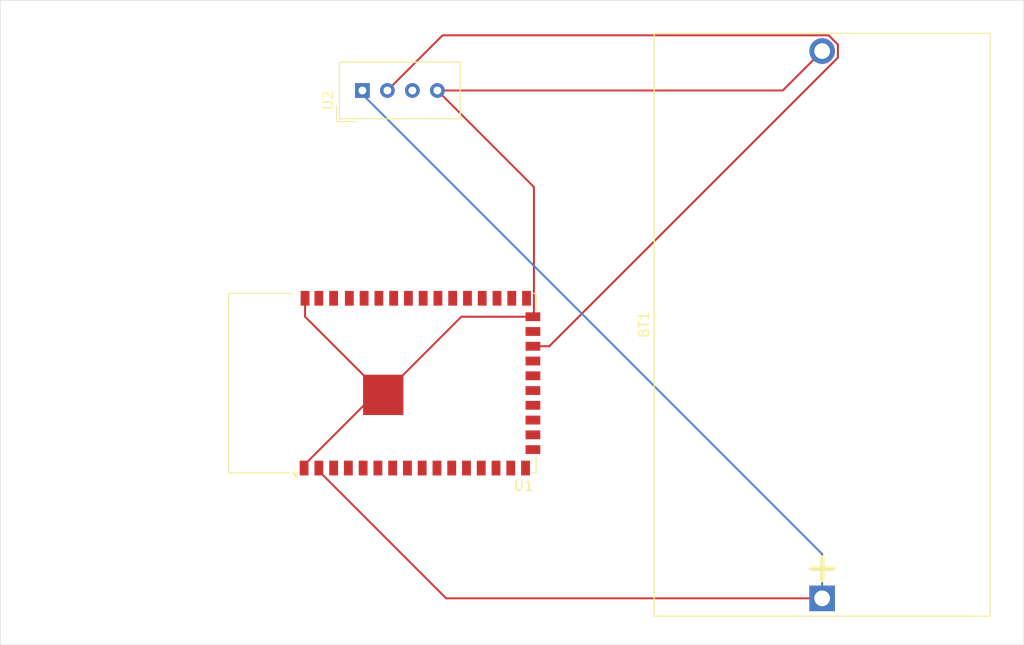
<source format=kicad_pcb>
(kicad_pcb (version 20241229) (generator "pcbnew") (generator_version "9.0")
  (layers (0 "F.Cu" signal) (2 "B.Cu" signal) (13 "F.Paste" user) (15 "B.Paste" user) (5 "F.SilkS" user "F.Silkscreen") (7 "B.SilkS" user "B.Silkscreen") (1 "F.Mask" user) (3 "B.Mask" user) (25 "Edge.Cuts" user))
  (net 0 "")
  (net 3 "GND")
  (net 16 "/DATA")
  (net 19 "+3.3V")
  (footprint "Sensor:Aosong_DHT11_5.5x12.0_P2.54mm" (layer "F.Cu") (at 145.7875 81.9025 90)
    (property "Reference" "U2" (at -1 -3.5 90) (layer "F.SilkS"))
    (property "Value" "DHT11")
    (fp_line (start -3.16 -2.6) (end -1.55 -2.6) (stroke (width 0.12)) (layer "F.SilkS"))
    (fp_line (start -3.16 -2.6) (end -3.16 -0.6) (stroke (width 0.12)) (layer "F.SilkS"))
    (fp_line (start 2.88 -2.32) (end 2.88 9.94) (stroke (width 0.12)) (layer "F.SilkS"))
    (fp_line (start -2.87 -2.32) (end 2.87 -2.32) (stroke (width 0.12)) (layer "F.SilkS"))
    (fp_line (start 2.88 9.94) (end -2.88 9.94) (stroke (width 0.12)) (layer "F.SilkS"))
    (fp_line (start -2.88 9.94) (end -2.88 -2.31) (stroke (width 0.12)) (layer "F.SilkS"))
    (pad "1" thru_hole rect (at 0 0 90) (size 1.5 1.5) (drill 0.8) (layers "*.Cu" "*.Mask") (net 19 "+3.3V"))
    (pad "2" thru_hole circle (at 0 2.54 90) (size 1.5 1.5) (drill 0.8) (layers "*.Cu" "*.Mask") (net 16 "/DATA"))
    (pad "3" thru_hole circle (at 0 5.08 90) (size 1.5 1.5) (drill 0.8) (layers "*.Cu" "*.Mask"))
    (pad "4" thru_hole circle (at 0 7.62 90) (size 1.5 1.5) (drill 0.8) (layers "*.Cu" "*.Mask") (net 3 "GND"))
  )
  (footprint "RF_Module:ESP32-S2-WROVER" (layer "F.Cu") (at 151.64 111.64 90)
    (property "Reference" "U1" (at -10.41 10.53 0) (layer "F.SilkS"))
    (property "Value" "ESP32-S2-WROVER")
    (fp_line (start -9.125 -19.45) (end 9.13 -19.45) (stroke (width 0.12)) (layer "F.SilkS"))
    (fp_line (start -9.125 -13.2) (end -9.125 -19.45) (stroke (width 0.12)) (layer "F.SilkS"))
    (fp_line (start 9.13 -13.03) (end 9.13 -19.45) (stroke (width 0.12)) (layer "F.SilkS"))
    (fp_line (start -9.12 11.44) (end -9.12 11.8) (stroke (width 0.12)) (layer "F.SilkS"))
    (fp_line (start 9.12 11.54) (end 9.12 11.8) (stroke (width 0.12)) (layer "F.SilkS"))
    (fp_line (start 9.12 11.8) (end 7.46 11.8) (stroke (width 0.12)) (layer "F.SilkS"))
    (fp_line (start -9.12 11.8) (end -7.46 11.8) (stroke (width 0.12)) (layer "F.SilkS"))
    (fp_poly (pts (xy -9.125 -12.475) (xy -9.625 -12.475) (xy -9.125 -12.975) (xy -9.125 -12.475)) (stroke (width 0.12)) (fill yes) (layer "F.SilkS"))
    (pad "1" smd rect (at -8.625 -11.775 90) (size 1.5 0.9) (layers "F.Cu" "F.Mask" "F.Paste") (net 3 "GND"))
    (pad "2" smd rect (at -8.625 -10.275 90) (size 1.5 0.9) (layers "F.Cu" "F.Mask" "F.Paste") (net 19 "+3.3V"))
    (pad "3" smd rect (at -8.625 -8.775 90) (size 1.5 0.9) (layers "F.Cu" "F.Mask" "F.Paste"))
    (pad "4" smd rect (at -8.625 -7.275 90) (size 1.5 0.9) (layers "F.Cu" "F.Mask" "F.Paste"))
    (pad "5" smd rect (at -8.625 -5.775 90) (size 1.5 0.9) (layers "F.Cu" "F.Mask" "F.Paste"))
    (pad "6" smd rect (at -8.625 -4.275 90) (size 1.5 0.9) (layers "F.Cu" "F.Mask" "F.Paste"))
    (pad "7" smd rect (at -8.625 -2.775 90) (size 1.5 0.9) (layers "F.Cu" "F.Mask" "F.Paste"))
    (pad "8" smd rect (at -8.625 -1.275 90) (size 1.5 0.9) (layers "F.Cu" "F.Mask" "F.Paste"))
    (pad "9" smd rect (at -8.625 0.225 90) (size 1.5 0.9) (layers "F.Cu" "F.Mask" "F.Paste"))
    (pad "10" smd rect (at -8.625 1.725 90) (size 1.5 0.9) (layers "F.Cu" "F.Mask" "F.Paste"))
    (pad "11" smd rect (at -8.625 3.225 90) (size 1.5 0.9) (layers "F.Cu" "F.Mask" "F.Paste"))
    (pad "12" smd rect (at -8.625 4.725 90) (size 1.5 0.9) (layers "F.Cu" "F.Mask" "F.Paste"))
    (pad "13" smd rect (at -8.625 6.225 90) (size 1.5 0.9) (layers "F.Cu" "F.Mask" "F.Paste"))
    (pad "14" smd rect (at -8.625 7.725 90) (size 1.5 0.9) (layers "F.Cu" "F.Mask" "F.Paste"))
    (pad "15" smd rect (at -8.625 9.225 270) (size 1.5 0.9) (layers "F.Cu" "F.Mask" "F.Paste"))
    (pad "16" smd rect (at -8.625 10.725 270) (size 1.5 0.9) (layers "F.Cu" "F.Mask" "F.Paste"))
    (pad "17" smd rect (at -6.75 11.475 90) (size 0.9 1.5) (layers "F.Cu" "F.Mask" "F.Paste"))
    (pad "18" smd rect (at -5.25 11.475 90) (size 0.9 1.5) (layers "F.Cu" "F.Mask" "F.Paste"))
    (pad "19" smd rect (at -3.75 11.475 90) (size 0.9 1.5) (layers "F.Cu" "F.Mask" "F.Paste"))
    (pad "20" smd rect (at -2.25 11.475 90) (size 0.9 1.5) (layers "F.Cu" "F.Mask" "F.Paste"))
    (pad "21" smd rect (at -0.75 11.475 90) (size 0.9 1.5) (layers "F.Cu" "F.Mask" "F.Paste"))
    (pad "22" smd rect (at 0.75 11.475 90) (size 0.9 1.5) (layers "F.Cu" "F.Mask" "F.Paste"))
    (pad "23" smd rect (at 2.25 11.475 90) (size 0.9 1.5) (layers "F.Cu" "F.Mask" "F.Paste"))
    (pad "24" smd rect (at 3.75 11.475 90) (size 0.9 1.5) (layers "F.Cu" "F.Mask" "F.Paste") (net 16 "/DATA"))
    (pad "25" smd rect (at 5.25 11.475 90) (size 0.9 1.5) (layers "F.Cu" "F.Mask" "F.Paste"))
    (pad "26" smd rect (at 6.75 11.475 90) (size 0.9 1.5) (layers "F.Cu" "F.Mask" "F.Paste") (net 3 "GND"))
    (pad "27" smd rect (at 8.625 10.825 90) (size 1.5 0.9) (layers "F.Cu" "F.Mask" "F.Paste"))
    (pad "28" smd rect (at 8.625 9.325 90) (size 1.5 0.9) (layers "F.Cu" "F.Mask" "F.Paste"))
    (pad "29" smd rect (at 8.625 7.825 90) (size 1.5 0.9) (layers "F.Cu" "F.Mask" "F.Paste"))
    (pad "30" smd rect (at 8.625 6.325 90) (size 1.5 0.9) (layers "F.Cu" "F.Mask" "F.Paste"))
    (pad "31" smd rect (at 8.625 4.825 90) (size 1.5 0.9) (layers "F.Cu" "F.Mask" "F.Paste"))
    (pad "32" smd rect (at 8.625 3.325 90) (size 1.5 0.9) (layers "F.Cu" "F.Mask" "F.Paste"))
    (pad "33" smd rect (at 8.625 1.825 90) (size 1.5 0.9) (layers "F.Cu" "F.Mask" "F.Paste"))
    (pad "34" smd rect (at 8.625 0.325 90) (size 1.5 0.9) (layers "F.Cu" "F.Mask" "F.Paste"))
    (pad "35" smd rect (at 8.625 -1.175 90) (size 1.5 0.9) (layers "F.Cu" "F.Mask" "F.Paste"))
    (pad "36" smd rect (at 8.625 -2.675 90) (size 1.5 0.9) (layers "F.Cu" "F.Mask" "F.Paste"))
    (pad "37" smd rect (at 8.625 -4.175 90) (size 1.5 0.9) (layers "F.Cu" "F.Mask" "F.Paste"))
    (pad "38" smd rect (at 8.625 -5.675 90) (size 1.5 0.9) (layers "F.Cu" "F.Mask" "F.Paste"))
    (pad "39" smd rect (at 8.625 -7.175 90) (size 1.5 0.9) (layers "F.Cu" "F.Mask" "F.Paste"))
    (pad "40" smd rect (at 8.625 -8.775 90) (size 1.5 0.9) (layers "F.Cu" "F.Mask" "F.Paste"))
    (pad "41" smd rect (at 8.625 -10.275 90) (size 1.5 0.9) (layers "F.Cu" "F.Mask" "F.Paste"))
    (pad "42" smd rect (at 8.625 -11.675 90) (size 1.5 0.9) (layers "F.Cu" "F.Mask" "F.Paste") (net 3 "GND"))
    (pad "43" smd rect (at -1.19 -3.735 90) (size 4.1 4.1) (property pad_prop_heatsink) (layers "F.Cu" "F.Mask") (net 3 "GND"))
  )
  (footprint "Battery:BatteryHolder_Bulgin_BX0036_1xC" (layer "F.Cu") (at 192.5 133.5 90)
    (property "Reference" "BT1" (at 27.8 -18.1 90) (layer "F.SilkS"))
    (property "Value" "Battery_Cell")
    (fp_line (start 57.41 -17.06) (end 57.41 17.06) (stroke (width 0.12)) (layer "F.SilkS"))
    (fp_line (start -1.81 -17.06) (end 57.41 -17.06) (stroke (width 0.12)) (layer "F.SilkS"))
    (fp_line (start -1.81 -17.06) (end -1.81 17.06) (stroke (width 0.12)) (layer "F.SilkS"))
    (fp_line (start -1.81 17.06) (end 57.41 17.06) (stroke (width 0.12)) (layer "F.SilkS"))
    (fp_text user "+" (at 3 -0.2 90) (layer "F.SilkS") (effects (font (size 3 3) (thickness 0.45))))
    (pad "" np_thru_hole circle (at 11.9 0 90) (size 3.8 3.8) (drill 3.8) (layers "*.Cu" "*.Mask"))
    (pad "" np_thru_hole circle (at 43.7 0 90) (size 3.8 3.8) (drill 3.8) (layers "*.Cu" "*.Mask"))
    (pad "1" thru_hole rect (at 0 0 90) (size 2.6 2.6) (drill 1.6) (layers "*.Cu" "*.Mask") (net 19 "+3.3V"))
    (pad "2" thru_hole circle (at 55.6 0 90) (size 2.6 2.6) (drill 1.6) (layers "*.Cu" "*.Mask") (net 3 "GND"))
  )
  (gr_rect (start 108.995 72.735) (end 212.995 138.235) (stroke (width 0.05)) (fill no) (layer "Edge.Cuts"))
  (segment (start 153.4075 81.9025) (end 163.216 91.711) (width 0.2) (layer "F.Cu") (net 3))
  (segment (start 155.845 104.89) (end 163.115 104.89) (width 0.2) (layer "F.Cu") (net 3))
  (segment (start 139.965 103.015) (end 139.965 104.89) (width 0.2) (layer "F.Cu") (net 3))
  (segment (start 188.4975 81.9025) (end 153.4075 81.9025) (width 0.2) (layer "F.Cu") (net 3))
  (segment (start 192.5 77.9) (end 188.4975 81.9025) (width 0.2) (layer "F.Cu") (net 3))
  (segment (start 147 112.83) (end 147.905 112.83) (width 0.2) (layer "F.Cu") (net 3))
  (segment (start 163.216 104.789) (end 163.115 104.89) (width 0.2) (layer "F.Cu") (net 3))
  (segment (start 139.965 104.89) (end 147.905 112.83) (width 0.2) (layer "F.Cu") (net 3))
  (segment (start 163.216 91.711) (end 163.216 104.789) (width 0.2) (layer "F.Cu") (net 3))
  (segment (start 147.905 112.83) (end 155.845 104.89) (width 0.2) (layer "F.Cu") (net 3))
  (segment (start 139.865 119.965) (end 147 112.83) (width 0.2) (layer "F.Cu") (net 3))
  (segment (start 139.865 120.265) (end 139.865 119.965) (width 0.2) (layer "F.Cu") (net 3))
  (segment (start 194.101 77.236844) (end 193.163156 76.299) (width 0.2) (layer "F.Cu") (net 16))
  (segment (start 194.101 78.563156) (end 194.101 77.236844) (width 0.2) (layer "F.Cu") (net 16))
  (segment (start 163.115 107.89) (end 164.774156 107.89) (width 0.2) (layer "F.Cu") (net 16))
  (segment (start 193.163156 76.299) (end 153.931 76.299) (width 0.2) (layer "F.Cu") (net 16))
  (segment (start 153.931 76.299) (end 148.3275 81.9025) (width 0.2) (layer "F.Cu") (net 16))
  (segment (start 164.774156 107.89) (end 194.101 78.563156) (width 0.2) (layer "F.Cu") (net 16))
  (segment (start 192.5 133.5) (end 154.3 133.5) (width 0.2) (layer "F.Cu") (net 19))
  (segment (start 141.365 120.565) (end 141.365 120.265) (width 0.2) (layer "F.Cu") (net 19))
  (segment (start 154.3 133.5) (end 141.365 120.565) (width 0.2) (layer "F.Cu") (net 19))
  (segment (start 145.7875 82.2875) (end 192.5 129) (width 0.2) (layer "B.Cu") (net 19))
  (segment (start 192.5 129) (end 192.5 133.5) (width 0.2) (layer "B.Cu") (net 19))
  (segment (start 145.7875 81.9025) (end 145.7875 82.2875) (width 0.2) (layer "B.Cu") (net 19))
)
</source>
